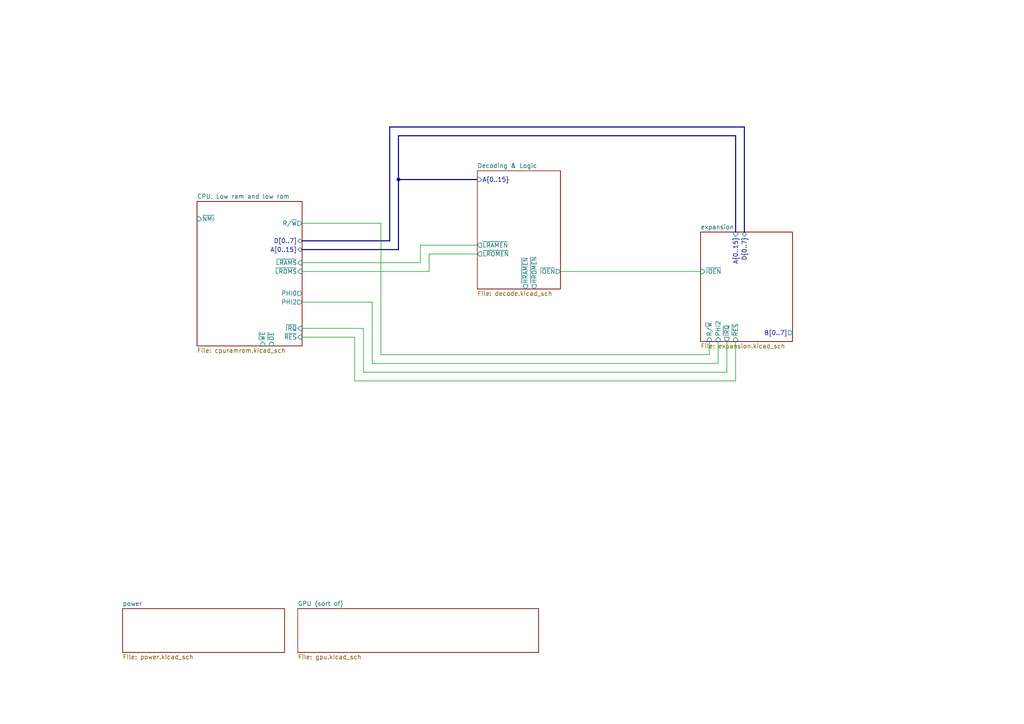
<source format=kicad_sch>
(kicad_sch (version 20230121) (generator eeschema)

  (uuid f620b693-400b-4f41-8158-c432d38526da)

  (paper "A4")

  (lib_symbols
  )

  (junction (at 115.57 52.07) (diameter 0) (color 0 0 0 0)
    (uuid 5e5fd42e-bffb-4c53-9fa3-27ca4a68e1b3)
  )

  (bus (pts (xy 115.57 52.07) (xy 138.43 52.07))
    (stroke (width 0) (type default))
    (uuid 01420a72-fc55-49c8-9a6b-bb41c532151d)
  )

  (wire (pts (xy 124.46 78.74) (xy 124.46 73.66))
    (stroke (width 0) (type default))
    (uuid 06932d41-8875-41b5-a5a1-fcf6498a90cd)
  )
  (wire (pts (xy 102.87 110.49) (xy 213.36 110.49))
    (stroke (width 0) (type default))
    (uuid 087daa5e-005b-4644-a74e-0c25a2523f0a)
  )
  (wire (pts (xy 208.28 105.41) (xy 208.28 99.06))
    (stroke (width 0) (type default))
    (uuid 1036d2f5-2d3c-42c6-ad54-ce03505a27e8)
  )
  (bus (pts (xy 87.63 69.85) (xy 113.03 69.85))
    (stroke (width 0) (type default))
    (uuid 14ab3ef1-8337-4766-aa76-cfefa2376ca9)
  )

  (wire (pts (xy 87.63 78.74) (xy 124.46 78.74))
    (stroke (width 0) (type default))
    (uuid 15603c50-70d1-4fae-af1e-88ea079a94cd)
  )
  (bus (pts (xy 115.57 39.37) (xy 213.36 39.37))
    (stroke (width 0) (type default))
    (uuid 228d97a4-d612-4019-a929-ec9cea4d671c)
  )
  (bus (pts (xy 215.9 36.83) (xy 215.9 67.31))
    (stroke (width 0) (type default))
    (uuid 23c974e4-bbfe-4e91-bdf2-3d44a93217cf)
  )
  (bus (pts (xy 115.57 52.07) (xy 115.57 39.37))
    (stroke (width 0) (type default))
    (uuid 2c74af6a-27ff-4181-b6f2-d980cfaaa276)
  )

  (wire (pts (xy 162.56 78.74) (xy 203.2 78.74))
    (stroke (width 0) (type default))
    (uuid 313461a4-f101-40a8-bcb0-f3a176dc5cef)
  )
  (wire (pts (xy 121.92 71.12) (xy 138.43 71.12))
    (stroke (width 0) (type default))
    (uuid 37699adb-0bd3-4f0a-aaf4-3c244b410993)
  )
  (bus (pts (xy 213.36 39.37) (xy 213.36 67.31))
    (stroke (width 0) (type default))
    (uuid 42f1e05f-9cbf-4d18-8c36-35c2ca9c4601)
  )

  (wire (pts (xy 110.49 64.77) (xy 110.49 102.87))
    (stroke (width 0) (type default))
    (uuid 49947510-0216-4c7f-8a4b-b7a97b11c7d5)
  )
  (bus (pts (xy 113.03 36.83) (xy 215.9 36.83))
    (stroke (width 0) (type default))
    (uuid 5139db5a-e9ec-4b6a-8f1e-2d6c71ab9ae4)
  )

  (wire (pts (xy 87.63 87.63) (xy 107.95 87.63))
    (stroke (width 0) (type default))
    (uuid 5ac29eca-aff0-4454-97e7-9be1b957b828)
  )
  (wire (pts (xy 121.92 76.2) (xy 121.92 71.12))
    (stroke (width 0) (type default))
    (uuid 6212b62a-2c7b-4000-9286-54eb6278e1b2)
  )
  (wire (pts (xy 87.63 76.2) (xy 121.92 76.2))
    (stroke (width 0) (type default))
    (uuid 71bf0556-4de0-45e6-a3a1-b97990e4d341)
  )
  (wire (pts (xy 110.49 102.87) (xy 205.74 102.87))
    (stroke (width 0) (type default))
    (uuid 71e66464-2118-4fb5-80b4-3762e3164c25)
  )
  (bus (pts (xy 87.63 72.39) (xy 115.57 72.39))
    (stroke (width 0) (type default))
    (uuid 7343363c-de2b-46bd-b949-2f34cb4dc2d5)
  )
  (bus (pts (xy 115.57 72.39) (xy 115.57 52.07))
    (stroke (width 0) (type default))
    (uuid 73e25312-4466-424e-8fb0-4c4fdcac6fd7)
  )
  (bus (pts (xy 113.03 69.85) (xy 113.03 36.83))
    (stroke (width 0) (type default))
    (uuid 75a93a5d-5baa-4c25-ae47-5ca1a39dd561)
  )

  (wire (pts (xy 205.74 102.87) (xy 205.74 99.06))
    (stroke (width 0) (type default))
    (uuid 77a7f761-1989-4d1b-96c5-7b50d0a5cec8)
  )
  (wire (pts (xy 87.63 97.79) (xy 102.87 97.79))
    (stroke (width 0) (type default))
    (uuid 7cbf7f09-baf0-49fe-9cff-b0e007a8f186)
  )
  (wire (pts (xy 124.46 73.66) (xy 138.43 73.66))
    (stroke (width 0) (type default))
    (uuid 9d47edf7-2482-49a4-9246-67f810b8beb8)
  )
  (wire (pts (xy 87.63 64.77) (xy 110.49 64.77))
    (stroke (width 0) (type default))
    (uuid a7f07ba5-47fa-4fbb-9b26-48b78ce70415)
  )
  (wire (pts (xy 107.95 105.41) (xy 208.28 105.41))
    (stroke (width 0) (type default))
    (uuid afc46999-6f0f-4766-a661-ffac6898f3da)
  )
  (wire (pts (xy 87.63 95.25) (xy 105.41 95.25))
    (stroke (width 0) (type default))
    (uuid b8223ddb-eebb-4e54-b251-4a16d0471c65)
  )
  (wire (pts (xy 105.41 95.25) (xy 105.41 107.95))
    (stroke (width 0) (type default))
    (uuid ba1fcbfd-09e0-4c88-88b4-14ea2b79779e)
  )
  (wire (pts (xy 105.41 107.95) (xy 210.82 107.95))
    (stroke (width 0) (type default))
    (uuid ba38c8f7-b246-4676-945a-5fd23e3fe9f8)
  )
  (wire (pts (xy 107.95 87.63) (xy 107.95 105.41))
    (stroke (width 0) (type default))
    (uuid d4d3ca17-330b-4165-9a44-2f77bb051228)
  )
  (wire (pts (xy 102.87 97.79) (xy 102.87 110.49))
    (stroke (width 0) (type default))
    (uuid e399363f-f717-471c-8f26-d56e68277441)
  )
  (wire (pts (xy 213.36 110.49) (xy 213.36 99.06))
    (stroke (width 0) (type default))
    (uuid f1295a4f-ac9f-4b23-9ec5-49ce8551e84e)
  )
  (wire (pts (xy 210.82 107.95) (xy 210.82 99.06))
    (stroke (width 0) (type default))
    (uuid f3e7217a-7dff-4d80-a297-9116f49fc69d)
  )

  (sheet (at 86.36 176.53) (size 69.85 12.7) (fields_autoplaced)
    (stroke (width 0.1524) (type solid))
    (fill (color 0 0 0 0.0000))
    (uuid 2632ff45-b651-4a6b-9550-36357ffad174)
    (property "Sheetname" "GPU (sort of)" (at 86.36 175.8184 0)
      (effects (font (size 1.27 1.27)) (justify left bottom))
    )
    (property "Sheetfile" "gpu.kicad_sch" (at 86.36 189.8146 0)
      (effects (font (size 1.27 1.27)) (justify left top))
    )
    (instances
      (project "6502"
        (path "/f620b693-400b-4f41-8158-c432d38526da" (page "8"))
      )
    )
  )

  (sheet (at 35.56 176.53) (size 46.99 12.7) (fields_autoplaced)
    (stroke (width 0.1524) (type solid))
    (fill (color 0 0 0 0.0000))
    (uuid 283d7b76-1614-4072-b0b2-d8197124489d)
    (property "Sheetname" "power" (at 35.56 175.8184 0)
      (effects (font (size 1.27 1.27)) (justify left bottom))
    )
    (property "Sheetfile" "power.kicad_sch" (at 35.56 189.8146 0)
      (effects (font (size 1.27 1.27)) (justify left top))
    )
    (instances
      (project "6502"
        (path "/f620b693-400b-4f41-8158-c432d38526da" (page "3"))
      )
    )
  )

  (sheet (at 138.43 49.53) (size 24.13 34.29) (fields_autoplaced)
    (stroke (width 0.1524) (type solid))
    (fill (color 0 0 0 0.0000))
    (uuid 6e3ea8f1-36ad-4196-9a86-9a5e5c5b0bf3)
    (property "Sheetname" "Decoding & Logic" (at 138.43 48.8184 0)
      (effects (font (size 1.27 1.27)) (justify left bottom))
    )
    (property "Sheetfile" "decode.kicad_sch" (at 138.43 84.4046 0)
      (effects (font (size 1.27 1.27)) (justify left top))
    )
    (pin "~{HROMEN}" output (at 154.94 83.82 270)
      (effects (font (size 1.27 1.27)) (justify left))
      (uuid f6b26bc5-f359-49a5-9d53-0de8259de742)
    )
    (pin "~{HRAMEN}" output (at 152.4 83.82 270)
      (effects (font (size 1.27 1.27)) (justify left))
      (uuid fec00658-d0f6-4dda-b880-80360c1924ee)
    )
    (pin "~{IOEN}" output (at 162.56 78.74 0)
      (effects (font (size 1.27 1.27)) (justify right))
      (uuid 0131706e-05c6-4eb5-baf7-63fc66c85b36)
    )
    (pin "~{LROMEN}" output (at 138.43 73.66 180)
      (effects (font (size 1.27 1.27)) (justify left))
      (uuid 3ddbe6c0-1cad-406d-8597-ed18b7509905)
    )
    (pin "A{0..15}" input (at 138.43 52.07 180)
      (effects (font (size 1.27 1.27)) (justify left))
      (uuid a97a52f8-1586-4c5e-bc14-d4fcce86924a)
    )
    (pin "~{LRAMEN}" output (at 138.43 71.12 180)
      (effects (font (size 1.27 1.27)) (justify left))
      (uuid 8734fe2a-4623-4dd8-9eb1-0ddfca6b2d5a)
    )
    (instances
      (project "6502"
        (path "/f620b693-400b-4f41-8158-c432d38526da" (page "4"))
      )
    )
  )

  (sheet (at 203.2 67.31) (size 26.67 31.75) (fields_autoplaced)
    (stroke (width 0.1524) (type solid))
    (fill (color 0 0 0 0.0000))
    (uuid d8c6c40e-cc08-4e39-9ee8-9983cd0e85b2)
    (property "Sheetname" "expansion" (at 203.2 66.5984 0)
      (effects (font (size 1.27 1.27)) (justify left bottom))
    )
    (property "Sheetfile" "expansion.kicad_sch" (at 203.2 99.6446 0)
      (effects (font (size 1.27 1.27)) (justify left top))
    )
    (pin "A{0..15}" input (at 213.36 67.31 90)
      (effects (font (size 1.27 1.27)) (justify right))
      (uuid 39b0f1cb-7001-448f-bf1a-fdba1bf66c5d)
    )
    (pin "~{IOEN}" input (at 203.2 78.74 180)
      (effects (font (size 1.27 1.27)) (justify left))
      (uuid 5094d1c9-bf8c-4b65-b1ab-294befed7efa)
    )
    (pin "D{0..7}" bidirectional (at 215.9 67.31 90)
      (effects (font (size 1.27 1.27)) (justify right))
      (uuid d33ea6e3-8e04-498f-bdd7-dfe70660ee07)
    )
    (pin "~{IRQ}" output (at 210.82 99.06 270)
      (effects (font (size 1.27 1.27)) (justify left))
      (uuid a21e64ae-dd0b-473f-8b9b-9d1c0aaaf2c1)
    )
    (pin "PHI2" input (at 208.28 99.06 270)
      (effects (font (size 1.27 1.27)) (justify left))
      (uuid aeb668e4-1a4b-4d25-9b59-57e631ae83ab)
    )
    (pin "~{RES}" input (at 213.36 99.06 270)
      (effects (font (size 1.27 1.27)) (justify left))
      (uuid b1958ff7-6d98-40e4-bc3a-6dff416e89c5)
    )
    (pin "R{slash}~{W}" input (at 205.74 99.06 270)
      (effects (font (size 1.27 1.27)) (justify left))
      (uuid 995688ad-3fe7-4e27-a690-78407e07522f)
    )
    (pin "B[0..7]" output (at 229.87 96.52 0)
      (effects (font (size 1.27 1.27)) (justify right))
      (uuid 77873978-4d0e-45e1-b02a-1d7acef2423b)
    )
    (instances
      (project "6502"
        (path "/f620b693-400b-4f41-8158-c432d38526da" (page "5"))
      )
    )
  )

  (sheet (at 57.15 58.42) (size 30.48 41.91) (fields_autoplaced)
    (stroke (width 0.1524) (type solid))
    (fill (color 0 0 0 0.0000))
    (uuid e0d005f8-ee64-407a-bed7-f6aa287194ae)
    (property "Sheetname" "CPU, Low ram and low rom" (at 57.15 57.7084 0)
      (effects (font (size 1.27 1.27)) (justify left bottom))
    )
    (property "Sheetfile" "cpuramrom.kicad_sch" (at 57.15 100.9146 0)
      (effects (font (size 1.27 1.27)) (justify left top))
    )
    (pin "R{slash}~{W}" output (at 87.63 64.77 0)
      (effects (font (size 1.27 1.27)) (justify right))
      (uuid b3845cef-59e7-4c87-b66a-7569f12ad8ec)
    )
    (pin "D[0..7]" bidirectional (at 87.63 69.85 0)
      (effects (font (size 1.27 1.27)) (justify right))
      (uuid cd076082-d37b-4f78-ba83-aba92c5930c4)
    )
    (pin "PHI2" output (at 87.63 87.63 0)
      (effects (font (size 1.27 1.27)) (justify right))
      (uuid 5225511e-a460-4bef-b8e3-47aebb425d17)
    )
    (pin "A[0..15]" bidirectional (at 87.63 72.39 0)
      (effects (font (size 1.27 1.27)) (justify right))
      (uuid 53985387-ea27-4c10-98f0-ddecf809f80c)
    )
    (pin "~{NMI}" input (at 57.15 63.5 180)
      (effects (font (size 1.27 1.27)) (justify left))
      (uuid ceb5b3d0-8ae8-4cf5-9d09-27196c8f95b7)
    )
    (pin "~{IRQ}" input (at 87.63 95.25 0)
      (effects (font (size 1.27 1.27)) (justify right))
      (uuid 7c89cb16-2a4f-4ab4-9cb1-817110b3d661)
    )
    (pin "~{LRAMS}" input (at 87.63 76.2 0)
      (effects (font (size 1.27 1.27)) (justify right))
      (uuid a7ff74f8-d8d3-4bec-a603-d0d0755581ab)
    )
    (pin "~{OE}" input (at 78.74 100.33 270)
      (effects (font (size 1.27 1.27)) (justify left))
      (uuid 872a7856-657d-4f34-9ceb-922b63ae1517)
    )
    (pin "~{WE}" input (at 76.2 100.33 270)
      (effects (font (size 1.27 1.27)) (justify left))
      (uuid 5a3eef21-d55f-4620-a232-f3014521bf02)
    )
    (pin "~{LROMS}" input (at 87.63 78.74 0)
      (effects (font (size 1.27 1.27)) (justify right))
      (uuid 9c411129-a21c-42f8-9363-402b52b2e0fd)
    )
    (pin "PHI0" output (at 87.63 85.09 0)
      (effects (font (size 1.27 1.27)) (justify right))
      (uuid d54d1c08-3ed4-443e-b172-196917cf9ba3)
    )
    (pin "~{RES}" input (at 87.63 97.79 0)
      (effects (font (size 1.27 1.27)) (justify right))
      (uuid aafbc728-b261-44e2-9600-7b0f292ed6b3)
    )
    (instances
      (project "6502"
        (path "/f620b693-400b-4f41-8158-c432d38526da" (page "2"))
      )
    )
  )

  (sheet_instances
    (path "/" (page "1"))
  )
)

</source>
